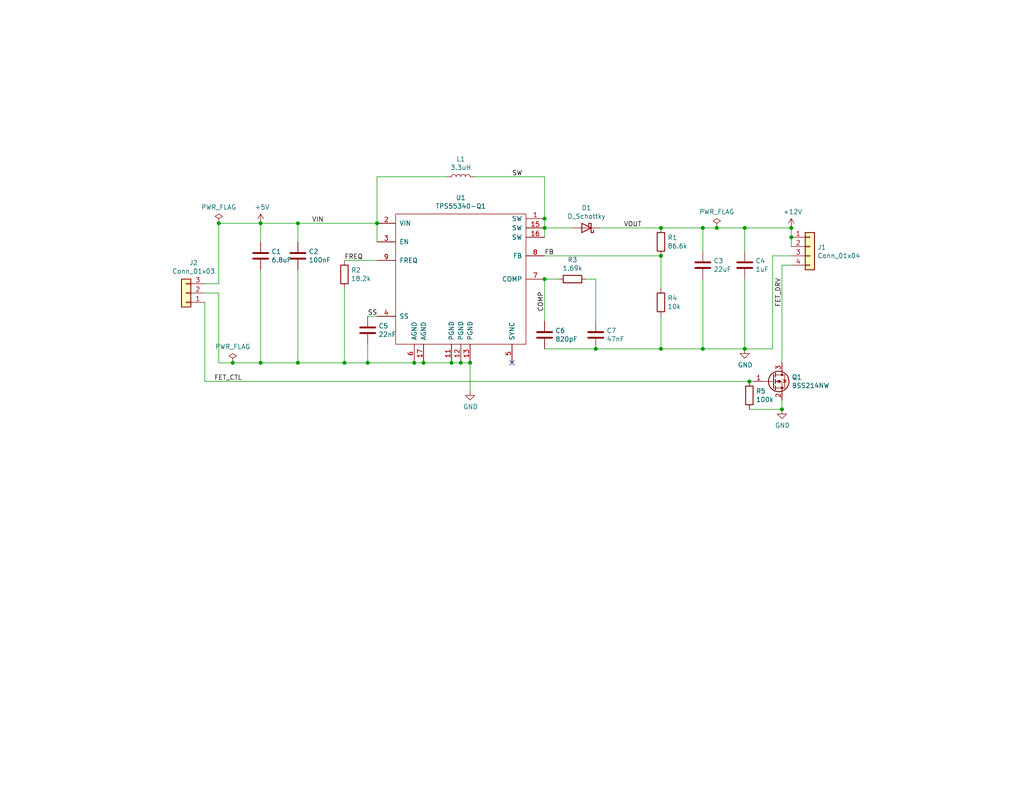
<source format=kicad_sch>
(kicad_sch (version 20230121) (generator eeschema)
  (paper "USLetter")
  (title_block (title "5V to 12V boost converter with PWM control") (date "2018-09-26") (rev "1.1") (company "Copyright (C) 2018 by Aaron Williams") (comment 1 "Based off of TI's Web Bench design"))
  (lib_symbols
    (symbol "12v-booster-rescue:TPS55340-Q1-texas" (pin_names (offset 1.016))
      (property "Reference" "U" (at -13.97 19.05 0))
      (property "Value" "TPS55340-Q1-texas" (at 0 0 0))
      (symbol "TPS55340-Q1-texas_0_1"
        (rectangle (start -17.78 17.78) (end 17.78 -17.78))
      )
      (symbol "TPS55340-Q1-texas_1_1"
        (pin input line (at 22.86 16.51 180) (length 5.08) (name "SW") (number "1"))
        (pin no_connect line (at 17.78 -6.35 180) (length 5.08) hide (name "NC") (number "10"))
        (pin power_in line (at -2.54 -22.86 90) (length 5.08) (name "PGND") (number "11"))
        (pin power_in line (at 0 -22.86 90) (length 5.08) (name "PGND") (number "12"))
        (pin power_in line (at 2.54 -22.86 90) (length 5.08) (name "PGND") (number "13"))
        (pin no_connect line (at 17.78 -8.89 180) (length 5.08) hide (name "NC") (number "14"))
        (pin input line (at 22.86 13.97 180) (length 5.08) (name "SW") (number "15"))
        (pin input line (at 22.86 11.43 180) (length 5.08) (name "SW") (number "16"))
        (pin power_in line (at -10.16 -22.86 90) (length 5.08) (name "AGND") (number "17"))
        (pin power_in line (at -22.86 15.24 0) (length 5.08) (name "VIN") (number "2"))
        (pin input line (at -22.86 10.16 0) (length 5.08) (name "EN") (number "3"))
        (pin input line (at -22.86 -10.16 0) (length 5.08) (name "SS") (number "4"))
        (pin input line (at 13.97 -22.86 90) (length 5.08) (name "SYNC") (number "5"))
        (pin power_in line (at -12.7 -22.86 90) (length 5.08) (name "AGND") (number "6"))
        (pin output line (at 22.86 0 180) (length 5.08) (name "COMP") (number "7"))
        (pin passive line (at 22.86 6.35 180) (length 5.08) (name "FB") (number "8"))
        (pin output line (at -22.86 5.08 0) (length 5.08) (name "FREQ") (number "9"))
      )
    )
    (symbol "Connector_Generic:Conn_01x03" (pin_names (offset 1.016) hide)
      (property "Reference" "J" (at 0 5.08 0))
      (property "Value" "Conn_01x03" (at 0 -5.08 0))
      (symbol "Conn_01x03_1_1"
        (rectangle (start -1.27 -2.413) (end 0 -2.667) (stroke (width 0.1524)))
        (rectangle (start -1.27 0.127) (end 0 -0.127) (stroke (width 0.1524)))
        (rectangle (start -1.27 2.667) (end 0 2.413) (stroke (width 0.1524)))
        (rectangle (start -1.27 3.81) (end 1.27 -3.81) (stroke (width 0.254)) (fill (type background)))
        (pin passive line (at -5.08 2.54 0) (length 3.81) (name "Pin_1") (number "1"))
        (pin passive line (at -5.08 0 0) (length 3.81) (name "Pin_2") (number "2"))
        (pin passive line (at -5.08 -2.54 0) (length 3.81) (name "Pin_3") (number "3"))
      )
    )
    (symbol "Connector_Generic:Conn_01x04" (pin_names (offset 1.016) hide)
      (property "Reference" "J" (at 0 5.08 0))
      (property "Value" "Conn_01x04" (at 0 -7.62 0))
      (symbol "Conn_01x04_1_1"
        (rectangle (start -1.27 -4.953) (end 0 -5.207) (stroke (width 0.1524)))
        (rectangle (start -1.27 -2.413) (end 0 -2.667) (stroke (width 0.1524)))
        (rectangle (start -1.27 0.127) (end 0 -0.127) (stroke (width 0.1524)))
        (rectangle (start -1.27 2.667) (end 0 2.413) (stroke (width 0.1524)))
        (rectangle (start -1.27 3.81) (end 1.27 -6.35) (stroke (width 0.254)) (fill (type background)))
        (pin passive line (at -5.08 2.54 0) (length 3.81) (name "Pin_1") (number "1"))
        (pin passive line (at -5.08 0 0) (length 3.81) (name "Pin_2") (number "2"))
        (pin passive line (at -5.08 -2.54 0) (length 3.81) (name "Pin_3") (number "3"))
        (pin passive line (at -5.08 -5.08 0) (length 3.81) (name "Pin_4") (number "4"))
      )
    )
    (symbol "Device:C" (pin_numbers hide) (pin_names (offset 0.254))
      (property "Reference" "C" (at 0.635 2.54 0))
      (property "Value" "C" (at 0.635 -2.54 0))
      (symbol "C_0_1"
        (polyline (pts (xy -2.032 -0.762) (xy 2.032 -0.762)) (stroke (width 0.508)))
        (polyline (pts (xy -2.032 0.762) (xy 2.032 0.762)) (stroke (width 0.508)))
      )
      (symbol "C_1_1"
        (pin passive line (at 0 3.81 270) (length 2.794) (name "~") (number "1"))
        (pin passive line (at 0 -3.81 90) (length 2.794) (name "~") (number "2"))
      )
    )
    (symbol "Device:D_Schottky" (pin_numbers hide) (pin_names (offset 1.016) hide)
      (property "Reference" "D" (at 0 2.54 0))
      (property "Value" "D_Schottky" (at 0 -2.54 0))
      (symbol "D_Schottky_0_1"
        (polyline (pts (xy 1.27 0) (xy -1.27 0)))
        (polyline (pts (xy 1.27 1.27) (xy 1.27 -1.27) (xy -1.27 0) (xy 1.27 1.27)) (stroke (width 0.254)))
        (polyline (pts (xy -1.905 0.635) (xy -1.905 1.27) (xy -1.27 1.27) (xy -1.27 -1.27) (xy -0.635 -1.27) (xy -0.635 -0.635)) (stroke (width 0.254)))
      )
      (symbol "D_Schottky_1_1"
        (pin passive line (at -3.81 0 0) (length 2.54) (name "K") (number "1"))
        (pin passive line (at 3.81 0 180) (length 2.54) (name "A") (number "2"))
      )
    )
    (symbol "Device:L" (pin_numbers hide) (pin_names (offset 1.016) hide)
      (property "Reference" "L" (at -1.27 0 90))
      (property "Value" "L" (at 1.905 0 90))
      (symbol "L_0_1"
        (arc (start 0 -2.54) (mid 0.6323 -1.905) (end 0 -1.27))
        (arc (start 0 -1.27) (mid 0.6323 -0.635) (end 0 0))
        (arc (start 0 0) (mid 0.6323 0.635) (end 0 1.27))
        (arc (start 0 1.27) (mid 0.6323 1.905) (end 0 2.54))
      )
      (symbol "L_1_1"
        (pin passive line (at 0 3.81 270) (length 1.27) (name "1") (number "1"))
        (pin passive line (at 0 -3.81 90) (length 1.27) (name "2") (number "2"))
      )
    )
    (symbol "Device:R" (pin_numbers hide) (pin_names (offset 0))
      (property "Reference" "R" (at 2.032 0 90))
      (property "Value" "R" (at 0 0 90))
      (symbol "R_0_1"
        (rectangle (start -1.016 -2.54) (end 1.016 2.54) (stroke (width 0.254)))
      )
      (symbol "R_1_1"
        (pin passive line (at 0 3.81 270) (length 1.27) (name "~") (number "1"))
        (pin passive line (at 0 -3.81 90) (length 1.27) (name "~") (number "2"))
      )
    )
    (symbol "Transistor_FET:BSS214NW" (pin_names hide)
      (property "Reference" "Q" (at 5.08 1.905 0))
      (property "Value" "BSS214NW" (at 5.08 0 0))
      (symbol "BSS214NW_0_1"
        (polyline (pts (xy 0.254 0) (xy -2.54 0)))
        (polyline (pts (xy 0.254 1.905) (xy 0.254 -1.905)) (stroke (width 0.254)))
        (polyline (pts (xy 0.762 -1.27) (xy 0.762 -2.286)) (stroke (width 0.254)))
        (polyline (pts (xy 0.762 0.508) (xy 0.762 -0.508)) (stroke (width 0.254)))
        (polyline (pts (xy 0.762 2.286) (xy 0.762 1.27)) (stroke (width 0.254)))
        (polyline (pts (xy 2.54 2.54) (xy 2.54 1.778)))
        (polyline (pts (xy 2.54 -2.54) (xy 2.54 0) (xy 0.762 0)))
        (polyline (pts (xy 0.762 -1.778) (xy 3.302 -1.778) (xy 3.302 1.778) (xy 0.762 1.778)))
        (polyline (pts (xy 1.016 0) (xy 2.032 0.381) (xy 2.032 -0.381) (xy 1.016 0)) (fill (type outline)))
        (polyline (pts (xy 2.794 0.508) (xy 2.921 0.381) (xy 3.683 0.381) (xy 3.81 0.254)))
        (polyline (pts (xy 3.302 0.381) (xy 2.921 -0.254) (xy 3.683 -0.254) (xy 3.302 0.381)))
        (circle (center 1.651 0) (radius 2.794) (stroke (width 0.254)))
        (circle (center 2.54 -1.778) (radius 0.254) (fill (type outline)))
        (circle (center 2.54 1.778) (radius 0.254) (fill (type outline)))
      )
      (symbol "BSS214NW_1_1"
        (pin input line (at -5.08 0 0) (length 2.54) (name "G") (number "1"))
        (pin passive line (at 2.54 -5.08 90) (length 2.54) (name "S") (number "2"))
        (pin passive line (at 2.54 5.08 270) (length 2.54) (name "D") (number "3"))
      )
    )
    (symbol "power:+12V" (power) (pin_names (offset 0))
      (property "Value" "+12V" (at 0 3.556 0))
      (symbol "+12V_0_1"
        (polyline (pts (xy -0.762 1.27) (xy 0 2.54)))
        (polyline (pts (xy 0 0) (xy 0 2.54)))
        (polyline (pts (xy 0 2.54) (xy 0.762 1.27)))
      )
      (symbol "+12V_1_1"
        (pin power_in line (at 0 0 90) (length 0) hide (name "+12V") (number "1"))
      )
    )
    (symbol "power:+5V" (power) (pin_names (offset 0))
      (property "Value" "+5V" (at 0 3.556 0))
      (symbol "+5V_0_1"
        (polyline (pts (xy -0.762 1.27) (xy 0 2.54)))
        (polyline (pts (xy 0 0) (xy 0 2.54)))
        (polyline (pts (xy 0 2.54) (xy 0.762 1.27)))
      )
      (symbol "+5V_1_1"
        (pin power_in line (at 0 0 90) (length 0) hide (name "+5V") (number "1"))
      )
    )
    (symbol "power:GND" (power) (pin_names (offset 0))
      (property "Value" "GND" (at 0 -3.81 0))
      (symbol "GND_0_1"
        (polyline (pts (xy 0 0) (xy 0 -1.27) (xy 1.27 -1.27) (xy 0 -2.54) (xy -1.27 -1.27) (xy 0 -1.27)))
      )
      (symbol "GND_1_1"
        (pin power_in line (at 0 0 270) (length 0) hide (name "GND") (number "1"))
      )
    )
    (symbol "power:PWR_FLAG" (power) (pin_numbers hide) (pin_names (offset 0) hide)
      (property "Value" "PWR_FLAG" (at 0 3.81 0))
      (symbol "PWR_FLAG_0_0"
        (pin power_out line (at 0 0 90) (length 0) (name "pwr") (number "1"))
      )
      (symbol "PWR_FLAG_0_1"
        (polyline (pts (xy 0 0) (xy 0 1.27) (xy -1.016 1.905) (xy 0 2.54) (xy 1.016 1.905) (xy 0 1.27)))
      )
    )
  )
  (junction (at 115.57 99.06))
  (junction (at 148.59 62.23))
  (junction (at 71.12 60.96))
  (junction (at 215.9 64.77))
  (junction (at 81.28 60.96))
  (junction (at 93.98 99.06))
  (junction (at 128.27 99.06))
  (junction (at 123.19 99.06))
  (junction (at 148.59 59.69))
  (junction (at 63.5 99.06))
  (junction (at 191.77 62.23))
  (junction (at 203.2 62.23))
  (junction (at 59.69 60.96))
  (junction (at 204.47 104.14))
  (junction (at 195.58 62.23))
  (junction (at 100.33 99.06))
  (junction (at 148.59 76.2))
  (junction (at 213.36 111.76))
  (junction (at 180.34 69.85))
  (junction (at 162.56 95.25))
  (junction (at 215.9 62.23))
  (junction (at 203.2 95.25))
  (junction (at 180.34 62.23))
  (junction (at 102.87 60.96))
  (junction (at 81.28 99.06))
  (junction (at 125.73 99.06))
  (junction (at 180.34 95.25))
  (junction (at 113.03 99.06))
  (junction (at 191.77 95.25))
  (junction (at 71.12 99.06))
  (no_connect (at 139.7 99.06))
  (wire (pts (xy 148.59 76.2) (xy 152.4 76.2)))
  (wire (pts (xy 71.12 99.06) (xy 81.28 99.06)))
  (wire (pts (xy 121.92 48.26) (xy 102.87 48.26)))
  (wire (pts (xy 81.28 73.66) (xy 81.28 99.06)))
  (wire (pts (xy 81.28 99.06) (xy 93.98 99.06)))
  (wire (pts (xy 180.34 62.23) (xy 191.77 62.23)))
  (wire (pts (xy 71.12 73.66) (xy 71.12 99.06)))
  (wire (pts (xy 160.02 76.2) (xy 162.56 76.2)))
  (wire (pts (xy 205.74 104.14) (xy 204.47 104.14)))
  (wire (pts (xy 162.56 95.25) (xy 180.34 95.25)))
  (wire (pts (xy 102.87 60.96) (xy 81.28 60.96)))
  (wire (pts (xy 215.9 69.85) (xy 210.82 69.85)))
  (wire (pts (xy 180.34 62.23) (xy 163.83 62.23)))
  (wire (pts (xy 195.58 62.23) (xy 203.2 62.23)))
  (wire (pts (xy 191.77 62.23) (xy 195.58 62.23)))
  (wire (pts (xy 162.56 76.2) (xy 162.56 87.63)))
  (wire (pts (xy 203.2 95.25) (xy 210.82 95.25)))
  (wire (pts (xy 148.59 59.69) (xy 148.59 48.26)))
  (wire (pts (xy 180.34 78.74) (xy 180.34 69.85)))
  (wire (pts (xy 148.59 48.26) (xy 129.54 48.26)))
  (wire (pts (xy 71.12 60.96) (xy 71.12 66.04)))
  (wire (pts (xy 93.98 99.06) (xy 100.33 99.06)))
  (wire (pts (xy 191.77 95.25) (xy 203.2 95.25)))
  (wire (pts (xy 204.47 104.14) (xy 55.88 104.14)))
  (wire (pts (xy 81.28 60.96) (xy 81.28 66.04)))
  (wire (pts (xy 180.34 95.25) (xy 191.77 95.25)))
  (wire (pts (xy 128.27 106.68) (xy 128.27 99.06)))
  (wire (pts (xy 55.88 104.14) (xy 55.88 82.55)))
  (wire (pts (xy 203.2 62.23) (xy 203.2 68.58)))
  (wire (pts (xy 59.69 80.01) (xy 59.69 99.06)))
  (wire (pts (xy 113.03 99.06) (xy 100.33 99.06)))
  (wire (pts (xy 102.87 60.96) (xy 102.87 66.04)))
  (wire (pts (xy 100.33 99.06) (xy 100.33 93.98)))
  (wire (pts (xy 148.59 87.63) (xy 148.59 76.2)))
  (wire (pts (xy 215.9 64.77) (xy 215.9 67.31)))
  (wire (pts (xy 59.69 77.47) (xy 59.69 60.96)))
  (wire (pts (xy 148.59 62.23) (xy 148.59 59.69)))
  (wire (pts (xy 213.36 99.06) (xy 213.36 72.39)))
  (wire (pts (xy 210.82 69.85) (xy 210.82 95.25)))
  (wire (pts (xy 148.59 62.23) (xy 156.21 62.23)))
  (wire (pts (xy 148.59 64.77) (xy 148.59 62.23)))
  (wire (pts (xy 63.5 99.06) (xy 71.12 99.06)))
  (wire (pts (xy 102.87 71.12) (xy 93.98 71.12)))
  (wire (pts (xy 213.36 72.39) (xy 215.9 72.39)))
  (wire (pts (xy 115.57 99.06) (xy 113.03 99.06)))
  (wire (pts (xy 59.69 99.06) (xy 63.5 99.06)))
  (wire (pts (xy 123.19 99.06) (xy 115.57 99.06)))
  (wire (pts (xy 59.69 60.96) (xy 71.12 60.96)))
  (wire (pts (xy 102.87 48.26) (xy 102.87 60.96)))
  (wire (pts (xy 148.59 95.25) (xy 162.56 95.25)))
  (wire (pts (xy 128.27 99.06) (xy 125.73 99.06)))
  (wire (pts (xy 191.77 95.25) (xy 191.77 76.2)))
  (wire (pts (xy 204.47 111.76) (xy 213.36 111.76)))
  (wire (pts (xy 93.98 78.74) (xy 93.98 99.06)))
  (wire (pts (xy 203.2 62.23) (xy 215.9 62.23)))
  (wire (pts (xy 81.28 60.96) (xy 71.12 60.96)))
  (wire (pts (xy 191.77 62.23) (xy 191.77 68.58)))
  (wire (pts (xy 59.69 80.01) (xy 55.88 80.01)))
  (wire (pts (xy 180.34 95.25) (xy 180.34 86.36)))
  (wire (pts (xy 55.88 77.47) (xy 59.69 77.47)))
  (wire (pts (xy 203.2 95.25) (xy 203.2 76.2)))
  (wire (pts (xy 100.33 86.36) (xy 102.87 86.36)))
  (wire (pts (xy 125.73 99.06) (xy 123.19 99.06)))
  (wire (pts (xy 148.59 69.85) (xy 180.34 69.85)))
  (wire (pts (xy 213.36 111.76) (xy 213.36 109.22)))
  (wire (pts (xy 215.9 62.23) (xy 215.9 64.77)))
  (label "VIN" (at 85.09 60.96 0))
  (label "SS" (at 100.33 86.36 0))
  (label "SW" (at 139.7 48.26 0))
  (label "FREQ" (at 93.98 71.12 0))
  (label "COMP" (at 148.59 85.09 90))
  (label "VOUT" (at 170.18 62.23 0))
  (label "FET_CTL" (at 58.42 104.14 0))
  (label "FET_DRV" (at 213.36 83.82 90))
  (label "FB" (at 148.59 69.85 0))
  (symbol (lib_id "12v-booster-rescue:TPS55340-Q1-texas") (at 125.73 76.2 0) (unit 1)
    (property "Reference" "U1" (at 125.73 53.975 0))
    (property "Value" "TPS55340-Q1" (at 125.73 56.2864 0))
    (property "Footprint" "Aaron:QFN-16-1EP_3x3mm_P0.5mm_EP2.7x2.7mm_ThermalVias" (effects hide))
    (property "Datasheet" "http://www.ti.com/lit/ds/symlink/tps55340-q1.pdf" (effects hide))
    (property "MFR" "TI" (effects hide))
    (property "MPN" "TPS55340RTER" (effects hide))
    (property "SPR" "Digikey" (effects hide))
    (property "SPN" "296-37677-1-ND" (effects hide))
    (property "SPURL" "-" (effects hide))
  )
  (symbol (lib_id "Device:L") (at 125.73 48.26 90) (unit 1)
    (property "Reference" "L1" (at 125.73 43.434 90))
    (property "Value" "3.3uH" (at 125.73 45.7454 90))
    (property "Footprint" "Aaron:L_Vishay_IHLP-1212" (effects hide))
    (property "Datasheet" "http://www.vishay.com/docs/34289/lp12bz11.pdf" (effects hide))
    (property "MFR" "Vishay Dale" (effects hide))
    (property "MPN" "IHLP1212BZER3R3M11" (effects hide))
    (property "SPR" "Digikey" (effects hide))
    (property "SPN" "541-2567-1-ND" (effects hide))
    (property "SPURL" "-" (effects hide))
  )
  (symbol (lib_id "Device:D_Schottky") (at 160.02 62.23 180) (unit 1)
    (property "Reference" "D1" (at 160.02 56.7436 0))
    (property "Value" "D_Schottky" (at 160.02 59.055 0))
    (property "Footprint" "Diode_SMD:D_SOD-123F" (effects hide))
    (property "Datasheet" "https://www.fairchildsemi.com/datasheets/SS/SS24FL.pdf" (effects hide))
    (property "MFR" "ON" (effects hide))
    (property "MPN" "SS24FL" (effects hide))
    (property "SPR" "Digikey" (effects hide))
    (property "SPN" "SS24FLCT-ND" (effects hide))
    (property "SPURL" "-" (effects hide))
  )
  (symbol (lib_id "Device:C") (at 71.12 69.85 0) (unit 1)
    (property "Reference" "C1" (at 74.041 68.6816 0) (effects (justify left)))
    (property "Value" "6.8uF" (at 74.041 70.993 0) (effects (justify left)))
    (property "Footprint" "Capacitor_SMD:C_0603_1608Metric" (effects hide))
    (property "Datasheet" "https://product.tdk.com/info/en/catalog/datasheets/mlcc_commercial_general_en.pdf" (effects hide))
    (property "MFR" "TDK" (effects hide))
    (property "MPN" "C1608X5R1E685K080AC" (effects hide))
    (property "SPR" "Digikey" (effects hide))
    (property "SPN" "445-14145-1-ND" (effects hide))
    (property "SPURL" "-" (effects hide))
  )
  (symbol (lib_id "Device:C") (at 81.28 69.85 0) (unit 1)
    (property "Reference" "C2" (at 84.201 68.6816 0) (effects (justify left)))
    (property "Value" "100nF" (at 84.201 70.993 0) (effects (justify left)))
    (property "Footprint" "Capacitor_SMD:C_0603_1608Metric" (effects hide))
    (property "Datasheet" "http://www.samsungsem.com/kr/support/product-search/mlcc/CL10B104KO8WPNC.jsp" (effects hide))
    (property "MFR" "Samsung" (effects hide))
    (property "MPN" "CL10B104KO8WPNC" (effects hide))
    (property "SPR" "Digikey" (effects hide))
    (property "SPN" "1276-6582-1-ND" (effects hide))
    (property "SPURL" "-" (effects hide))
  )
  (symbol (lib_id "Device:R") (at 93.98 74.93 0) (unit 1)
    (property "Reference" "R2" (at 95.758 73.7616 0) (effects (justify left)))
    (property "Value" "18.2k" (at 95.758 76.073 0) (effects (justify left)))
    (property "Footprint" "Resistor_SMD:R_0603_1608Metric" (effects hide))
    (property "MFR" "Vishay Dale" (effects hide))
    (property "MPN" "CRCW060318K2FKEA" (effects hide))
    (property "SPR" "Digikey" (effects hide))
    (property "SPN" "541-18.2KHCT-ND" (effects hide))
    (property "SPURL" "-" (effects hide))
  )
  (symbol (lib_id "Device:C") (at 100.33 90.17 0) (unit 1)
    (property "Reference" "C5" (at 103.251 89.0016 0) (effects (justify left)))
    (property "Value" "22nF" (at 103.251 91.313 0) (effects (justify left)))
    (property "Footprint" "Capacitor_SMD:C_0603_1608Metric" (effects hide))
    (property "Datasheet" "http://www.samsungsem.com/kr/support/product-search/mlcc/CL10B223KB8WPNC.jsp" (effects hide))
    (property "MFR" "Samsung" (effects hide))
    (property "MPN" "CL10B223KB8WPNC" (effects hide))
    (property "SPR" "Digikey" (effects hide))
    (property "SPN" "1276-6534-1-ND" (effects hide))
    (property "SPURL" "-" (effects hide))
  )
  (symbol (lib_id "Device:C") (at 148.59 91.44 0) (unit 1)
    (property "Reference" "C6" (at 151.511 90.2716 0) (effects (justify left)))
    (property "Value" "820pF" (at 151.511 92.583 0) (effects (justify left)))
    (property "Footprint" "Capacitor_SMD:C_0603_1608Metric" (effects hide))
    (property "Datasheet" "https://api.kemet.com/component-edge/download/datasheet/C0603C821J5RACTU.pdf" (effects hide))
    (property "MFR" "Kemet" (effects hide))
    (property "MPN" "C0603C821J5RACTU" (effects hide))
    (property "SPR" "Digikey" (effects hide))
    (property "SPN" "399-9127-1-ND" (effects hide))
    (property "SPURL" "-" (effects hide))
  )
  (symbol (lib_id "Device:R") (at 156.21 76.2 270) (unit 1)
    (property "Reference" "R3" (at 156.21 70.9422 90))
    (property "Value" "1.69k" (at 156.21 73.2536 90))
    (property "Footprint" "Resistor_SMD:R_0603_1608Metric" (effects hide))
    (property "Datasheet" "http://www.vishay.com/docs/20035/dcrcwe3.pdf" (effects hide))
    (property "MFR" "Vishay" (effects hide))
    (property "MPN" "CRCW06031K69FKEA" (effects hide))
    (property "SPR" "Digikey" (effects hide))
    (property "SPN" "541-1.69KHCT-ND" (effects hide))
    (property "SPURL" "-" (effects hide))
  )
  (symbol (lib_id "Device:C") (at 162.56 91.44 0) (unit 1)
    (property "Reference" "C7" (at 165.481 90.2716 0) (effects (justify left)))
    (property "Value" "47nF" (at 165.481 92.583 0) (effects (justify left)))
    (property "Footprint" "Capacitor_SMD:C_0603_1608Metric" (effects hide))
    (property "MFR" "Murata" (effects hide))
    (property "MPN" "GRM188R61H474KA12D" (effects hide))
    (property "SPR" "Digikey" (effects hide))
    (property "SPN" "490-11994-1-ND" (effects hide))
    (property "SPURL" "-" (effects hide))
  )
  (symbol (lib_id "Device:R") (at 180.34 82.55 0) (unit 1)
    (property "Reference" "R4" (at 182.118 81.3816 0) (effects (justify left)))
    (property "Value" "10k" (at 182.118 83.693 0) (effects (justify left)))
    (property "Footprint" "Resistor_SMD:R_0603_1608Metric" (effects hide))
    (property "Datasheet" "http://www.vishay.com/docs/20035/dcrcwe3.pdf" (effects hide))
    (property "MFR" "Vishay Dale" (effects hide))
    (property "MPN" "CRCW060310K0FKEC" (effects hide))
    (property "SPR" "Digikey" (effects hide))
    (property "SPN" "541-2979-1-ND" (effects hide))
    (property "SPURL" "-" (effects hide))
  )
  (symbol (lib_id "Device:R") (at 180.34 66.04 0) (unit 1)
    (property "Reference" "R1" (at 182.118 64.8716 0) (effects (justify left)))
    (property "Value" "86.6k" (at 182.118 67.183 0) (effects (justify left)))
    (property "Footprint" "Resistor_SMD:R_0603_1608Metric" (effects hide))
    (property "Datasheet" "http://www.vishay.com/docs/20035/dcrcwe3.pdf" (effects hide))
    (property "MFR" "Vishay Dale" (effects hide))
    (property "MPN" "CRCW060386K6FKEA" (effects hide))
    (property "SPR" "Digikey" (effects hide))
    (property "SPN" "541-86.6KHCT-ND" (effects hide))
    (property "SPURL" "-" (effects hide))
  )
  (symbol (lib_id "Device:C") (at 191.77 72.39 0) (unit 1)
    (property "Reference" "C3" (at 194.691 71.2216 0) (effects (justify left)))
    (property "Value" "22uF" (at 194.691 73.533 0) (effects (justify left)))
    (property "Footprint" "Capacitor_SMD:C_1210_3225Metric" (effects hide))
    (property "Datasheet" "http://www.samsungsem.com/kr/support/product-search/mlcc/CL32B226MOJNNNE.jsp" (effects hide))
    (property "MFR" "Samsung" (effects hide))
    (property "MPN" "CL32B226MOJNNNE" (effects hide))
    (property "SPR" "Digikey" (effects hide))
    (property "SPN" "1276-3395-1-ND" (effects hide))
    (property "SPURL" "-" (effects hide))
  )
  (symbol (lib_id "Device:C") (at 203.2 72.39 0) (unit 1)
    (property "Reference" "C4" (at 206.121 71.2216 0) (effects (justify left)))
    (property "Value" "1uF" (at 206.121 73.533 0) (effects (justify left)))
    (property "Footprint" "Capacitor_SMD:C_0603_1608Metric" (effects hide))
    (property "MFR" "Samsung" (effects hide))
    (property "MPN" "CL10B105KP8NNNC" (effects hide))
    (property "SPR" "Digikey" (effects hide))
    (property "SPN" "1276-1946-1-ND" (effects hide))
    (property "SPURL" "-" (effects hide))
  )
  (symbol (lib_id "power:+5V") (at 71.12 60.96 0) (unit 1)
    (property "Reference" "#PWR01" (effects hide))
    (property "Value" "+5V" (at 71.501 56.5658 0))
  )
  (symbol (lib_id "power:GND") (at 128.27 106.68 0) (unit 1)
    (property "Reference" "#PWR04" (effects hide))
    (property "Value" "GND" (at 128.397 111.0742 0))
  )
  (symbol (lib_id "power:+12V") (at 215.9 62.23 0) (unit 1)
    (property "Reference" "#PWR02" (effects hide))
    (property "Value" "+12V" (at 216.281 57.8358 0))
  )
  (symbol (lib_id "power:GND") (at 203.2 95.25 0) (unit 1)
    (property "Reference" "#PWR03" (effects hide))
    (property "Value" "GND" (at 203.327 99.6442 0))
  )
  (symbol (lib_id "Connector_Generic:Conn_01x04") (at 220.98 67.31 0) (unit 1)
    (property "Reference" "J1" (at 223.012 67.5132 0) (effects (justify left)))
    (property "Value" "Conn_01x04" (at 223.012 69.8246 0) (effects (justify left)))
    (property "Footprint" "Connector_PinHeader_2.54mm:PinHeader_1x04_P2.54mm_Horizontal" (effects hide))
    (property "MFR" "-" (effects hide))
    (property "MPN" "-" (effects hide))
    (property "SPR" "-" (effects hide))
    (property "SPN" "-" (effects hide))
    (property "SPURL" "-" (effects hide))
  )
  (symbol (lib_id "Connector_Generic:Conn_01x03") (at 50.8 80.01 180) (unit 1)
    (property "Reference" "J2" (at 52.832 71.755 0))
    (property "Value" "Conn_01x03" (at 52.832 74.0664 0))
    (property "Footprint" "Connector_PinHeader_2.54mm:PinHeader_1x03_P2.54mm_Horizontal" (effects hide))
    (property "MFR" "-" (effects hide))
    (property "MPN" "-" (effects hide))
    (property "SPR" "-" (effects hide))
    (property "SPN" "-" (effects hide))
    (property "SPURL" "-" (effects hide))
  )
  (symbol (lib_id "Transistor_FET:BSS214NW") (at 210.82 104.14 0) (unit 1)
    (property "Reference" "Q1" (at 216.027 102.9716 0) (effects (justify left)))
    (property "Value" "BSS214NW" (at 216.027 105.283 0) (effects (justify left)))
    (property "Footprint" "Package_TO_SOT_SMD:SOT-323_SC-70" (effects hide))
    (property "Datasheet" "https://www.infineon.com/dgdl/Infineon-BSS214NW-DS-v02_02-en.pdf?fileId=db3a30431b3e89eb011b695aebc01bde" (effects hide))
    (property "MFR" "Infineon" (effects hide))
    (property "MPN" "BSS214NWH6327XTSA1" (effects hide))
    (property "SPR" "Digikey" (effects hide))
    (property "SPN" "BSS214NWH6327XTSA1CT-ND" (effects hide))
    (property "SPURL" "-" (effects hide))
  )
  (symbol (lib_id "power:GND") (at 213.36 111.76 0) (unit 1)
    (property "Reference" "#PWR0101" (effects hide))
    (property "Value" "GND" (at 213.487 116.1542 0))
  )
  (symbol (lib_id "Device:R") (at 204.47 107.95 0) (unit 1)
    (property "Reference" "R5" (at 206.248 106.7816 0) (effects (justify left)))
    (property "Value" "100k" (at 206.248 109.093 0) (effects (justify left)))
    (property "Footprint" "Resistor_SMD:R_0603_1608Metric" (effects hide))
    (property "Datasheet" "http://www.te.com/commerce/DocumentDelivery/DDEController?Action=srchrtrv&DocNm=1773204&DocType=DS&DocLang=English" (effects hide))
    (property "MFR" "TE" (effects hide))
    (property "MPN" "CRG0603F100K" (effects hide))
    (property "SPR" "Digikey" (effects hide))
    (property "SPN" "A106046CT-ND" (effects hide))
    (property "SPURL" "-" (effects hide))
  )
  (symbol (lib_id "power:PWR_FLAG") (at 59.69 60.96 0) (unit 1)
    (property "Reference" "#FLG0101" (effects hide))
    (property "Value" "PWR_FLAG" (at 59.69 56.5658 0))
  )
  (symbol (lib_id "power:PWR_FLAG") (at 63.5 99.06 0) (unit 1)
    (property "Reference" "#FLG0102" (effects hide))
    (property "Value" "PWR_FLAG" (at 63.5 94.6658 0))
  )
  (symbol (lib_id "power:PWR_FLAG") (at 195.58 62.23 0) (unit 1)
    (property "Reference" "#FLG0103" (effects hide))
    (property "Value" "PWR_FLAG" (at 195.58 57.8358 0))
  )
)
</source>
